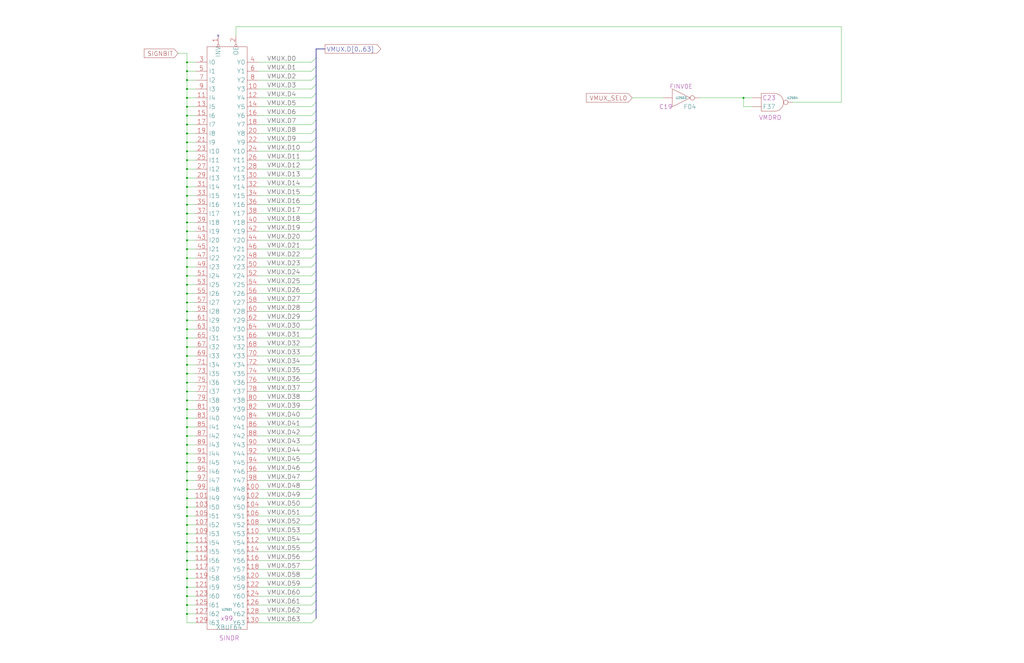
<source format=kicad_sch>
(kicad_sch (version 20211123) (generator eeschema)
  (paper "User" 584.2 378.46)
  (title_block (title "MERGE_VMUX\\nSIGN BIT PART") (date "20-MAR-90") (rev "1.0") (comment 1 "FIU") (comment 2 "232-003065") (comment 3 "S400") (comment 4 "RELEASED"))
  (lib_symbols
    (symbol "r1000:F04" (pin_numbers hide) (pin_names hide)
      (property "Reference" "U" (at 0 0 0))
      (property "Value" "F04" (at 1.27 -5.08 0))
      (property "Location" "___" (at -12.7 -5.08 0))
      (property "Name" "______" (at 0 5.08 0))
      (symbol "F04_0_1"
        (polyline (pts (xy -7.62 0) (xy -5.08 0)) (stroke (width 0.1524)))
        (polyline (pts (xy -5.08 5.08) (xy -5.08 -5.08)) (stroke (width 0.1524)))
        (polyline (pts (xy 5.08 0) (xy -5.08 -5.08)) (stroke (width 0.1524)))
        (polyline (pts (xy 5.08 0) (xy -5.08 5.08)) (stroke (width 0.1524)))
        (circle (center 6.35 0) (radius 1.27) (stroke (width 0.1524)))
      )
      (symbol "F04_1_1"
        (pin input line (at -10.16 0 0) (length 2.54) (name "D0") (number "1"))
        (pin output line (at 10.16 0 180) (length 2.54) (name "Q") (number "2"))
      )
    )
    (symbol "r1000:F37" (pin_numbers hide) (pin_names (offset 0) hide)
      (property "Reference" "U" (at 15.24 0 0))
      (property "Value" "F37" (at 1.905 -5.08 0))
      (property "Location" "___" (at 1.905 0 0))
      (property "Name" "______" (at 2.54 -12.7 0))
      (symbol "F37_0_1"
        (polyline (pts (xy -2.54 -7.62) (xy 5.08 -7.62)) (stroke (width 0.1524)))
        (polyline (pts (xy -2.54 2.54) (xy -2.54 -7.62)) (stroke (width 0.1524)))
        (polyline (pts (xy -2.54 2.54) (xy 5.08 2.54)) (stroke (width 0.1524)))
        (arc (start 5.08 -7.62) (mid 10.1282 -2.54) (end 5.08 2.54) (stroke (width 0.1524)))
        (circle (center 11.43 -2.54) (radius 1.27) (stroke (width 0.1524)))
      )
      (symbol "F37_0_2"
        (circle (center -3.81 -5.08) (radius 1.27) (stroke (width 0.1524)))
        (circle (center -3.81 0) (radius 1.27) (stroke (width 0.1524)))
        (arc (start -3.175 -7.62) (mid -2.134 -2.54) (end -3.175 2.54) (stroke (width 0.1524)))
        (polyline (pts (xy -3.175 -7.62) (xy 3.81 -7.62)) (stroke (width 0.1524)))
        (polyline (pts (xy -3.175 2.54) (xy 3.81 2.54)) (stroke (width 0.1524)))
        (arc (start 3.81 -7.62) (mid 7.5855 -5.8306) (end 10.16 -2.54) (stroke (width 0.1524)))
        (arc (start 10.16 -2.54) (mid 7.5827 0.7471) (end 3.81 2.54) (stroke (width 0.1524)))
      )
      (symbol "F37_1_1"
        (pin input line (at -7.62 0 0) (length 5.08) (name "D0") (number "1"))
        (pin input line (at -7.62 -5.08 0) (length 5.08) (name "D1") (number "2"))
        (pin output line (at 15.24 -2.54 180) (length 2.54) (name "Q") (number "3"))
      )
      (symbol "F37_1_2"
        (pin input line (at -7.62 0 0) (length 2.54) (name "D0") (number "1"))
        (pin input line (at -7.62 -5.08 0) (length 2.54) (name "D1") (number "2"))
        (pin output line (at 15.24 -2.54 180) (length 5.08) (name "Q") (number "3"))
      )
    )
    (symbol "r1000:XBUF64" (pin_names (offset 1.016))
      (property "Reference" "U" (at 2.54 5.08 0))
      (property "Value" "XBUF64" (at -3.81 -5.08 0))
      (property "Location" "___" (at -1.27 0 0))
      (property "Name" "______" (at 3.81 -12.7 0))
      (symbol "XBUF64_1_1"
        (rectangle (start -8.89 326.39) (end 13.97 -6.35))
        (circle (center -2.54 327.025) (radius 0.635))
        (circle (center 7.62 327.025) (radius 0.635))
        (pin input line (at -2.54 332.74 270) (length 5.08) (name "INV") (number "1"))
        (pin tri_state line (at 20.32 302.26 180) (length 6.35) (name "Y3") (number "10"))
        (pin tri_state line (at 20.32 73.66 180) (length 6.35) (name "Y48") (number "100"))
        (pin input line (at -15.24 68.58 0) (length 6.35) (name "I49") (number "101"))
        (pin tri_state line (at 20.32 68.58 180) (length 6.35) (name "Y49") (number "102"))
        (pin input line (at -15.24 63.5 0) (length 6.35) (name "I50") (number "103"))
        (pin tri_state line (at 20.32 63.5 180) (length 6.35) (name "Y50") (number "104"))
        (pin input line (at -15.24 58.42 0) (length 6.35) (name "I51") (number "105"))
        (pin tri_state line (at 20.32 58.42 180) (length 6.35) (name "Y51") (number "106"))
        (pin input line (at -15.24 53.34 0) (length 6.35) (name "I52") (number "107"))
        (pin tri_state line (at 20.32 53.34 180) (length 6.35) (name "Y52") (number "108"))
        (pin input line (at -15.24 48.26 0) (length 6.35) (name "I53") (number "109"))
        (pin input line (at -15.24 297.18 0) (length 6.35) (name "I4") (number "11"))
        (pin tri_state line (at 20.32 48.26 180) (length 6.35) (name "Y53") (number "110"))
        (pin input line (at -15.24 43.18 0) (length 6.35) (name "I54") (number "111"))
        (pin tri_state line (at 20.32 43.18 180) (length 6.35) (name "Y54") (number "112"))
        (pin input line (at -15.24 38.1 0) (length 6.35) (name "I55") (number "113"))
        (pin tri_state line (at 20.32 38.1 180) (length 6.35) (name "Y55") (number "114"))
        (pin input line (at -15.24 33.02 0) (length 6.35) (name "I56") (number "115"))
        (pin tri_state line (at 20.32 33.02 180) (length 6.35) (name "Y56") (number "116"))
        (pin input line (at -15.24 27.94 0) (length 6.35) (name "I57") (number "117"))
        (pin tri_state line (at 20.32 27.94 180) (length 6.35) (name "Y57") (number "118"))
        (pin input line (at -15.24 22.86 0) (length 6.35) (name "I58") (number "119"))
        (pin tri_state line (at 20.32 297.18 180) (length 6.35) (name "Y4") (number "12"))
        (pin tri_state line (at 20.32 22.86 180) (length 6.35) (name "Y58") (number "120"))
        (pin input line (at -15.24 17.78 0) (length 6.35) (name "I59") (number "121"))
        (pin tri_state line (at 20.32 17.78 180) (length 6.35) (name "Y59") (number "122"))
        (pin input line (at -15.24 12.7 0) (length 6.35) (name "I60") (number "123"))
        (pin tri_state line (at 20.32 12.7 180) (length 6.35) (name "Y60") (number "124"))
        (pin input line (at -15.24 7.62 0) (length 6.35) (name "I61") (number "125"))
        (pin tri_state line (at 20.32 7.62 180) (length 6.35) (name "Y61") (number "126"))
        (pin input line (at -15.24 2.54 0) (length 6.35) (name "I62") (number "127"))
        (pin tri_state line (at 20.32 2.54 180) (length 6.35) (name "Y62") (number "128"))
        (pin input line (at -15.24 -2.54 0) (length 6.35) (name "I63") (number "129"))
        (pin input line (at -15.24 292.1 0) (length 6.35) (name "I5") (number "13"))
        (pin tri_state line (at 20.32 -2.54 180) (length 6.35) (name "Y63") (number "130"))
        (pin tri_state line (at 20.32 292.1 180) (length 6.35) (name "Y5") (number "14"))
        (pin input line (at -15.24 287.02 0) (length 6.35) (name "I6") (number "15"))
        (pin tri_state line (at 20.32 287.02 180) (length 6.35) (name "Y6") (number "16"))
        (pin input line (at -15.24 281.94 0) (length 6.35) (name "I7") (number "17"))
        (pin tri_state line (at 20.32 281.94 180) (length 6.35) (name "Y7") (number "18"))
        (pin input line (at -15.24 276.86 0) (length 6.35) (name "I8") (number "19"))
        (pin input line (at 7.62 332.74 270) (length 5.08) (name "OE") (number "2"))
        (pin tri_state line (at 20.32 276.86 180) (length 6.35) (name "Y8") (number "20"))
        (pin input line (at -15.24 271.78 0) (length 6.35) (name "I9") (number "21"))
        (pin tri_state line (at 20.32 271.78 180) (length 6.35) (name "Y9") (number "22"))
        (pin input line (at -15.24 266.7 0) (length 6.35) (name "I10") (number "23"))
        (pin tri_state line (at 20.32 266.7 180) (length 6.35) (name "Y10") (number "24"))
        (pin input line (at -15.24 261.62 0) (length 6.35) (name "I11") (number "25"))
        (pin tri_state line (at 20.32 261.62 180) (length 6.35) (name "Y11") (number "26"))
        (pin input line (at -15.24 256.54 0) (length 6.35) (name "I12") (number "27"))
        (pin tri_state line (at 20.32 256.54 180) (length 6.35) (name "Y12") (number "28"))
        (pin input line (at -15.24 251.46 0) (length 6.35) (name "I13") (number "29"))
        (pin input line (at -15.24 317.5 0) (length 6.35) (name "I0") (number "3"))
        (pin tri_state line (at 20.32 251.46 180) (length 6.35) (name "Y13") (number "30"))
        (pin input line (at -15.24 246.38 0) (length 6.35) (name "I14") (number "31"))
        (pin tri_state line (at 20.32 246.38 180) (length 6.35) (name "Y14") (number "32"))
        (pin input line (at -15.24 241.3 0) (length 6.35) (name "I15") (number "33"))
        (pin tri_state line (at 20.32 241.3 180) (length 6.35) (name "Y15") (number "34"))
        (pin input line (at -15.24 236.22 0) (length 6.35) (name "I16") (number "35"))
        (pin tri_state line (at 20.32 236.22 180) (length 6.35) (name "Y16") (number "36"))
        (pin input line (at -15.24 231.14 0) (length 6.35) (name "I17") (number "37"))
        (pin tri_state line (at 20.32 231.14 180) (length 6.35) (name "Y17") (number "38"))
        (pin input line (at -15.24 226.06 0) (length 6.35) (name "I18") (number "39"))
        (pin tri_state line (at 20.32 317.5 180) (length 6.35) (name "Y0") (number "4"))
        (pin tri_state line (at 20.32 226.06 180) (length 6.35) (name "Y18") (number "40"))
        (pin input line (at -15.24 220.98 0) (length 6.35) (name "I19") (number "41"))
        (pin tri_state line (at 20.32 220.98 180) (length 6.35) (name "Y19") (number "42"))
        (pin input line (at -15.24 215.9 0) (length 6.35) (name "I20") (number "43"))
        (pin tri_state line (at 20.32 215.9 180) (length 6.35) (name "Y20") (number "44"))
        (pin input line (at -15.24 210.82 0) (length 6.35) (name "I21") (number "45"))
        (pin tri_state line (at 20.32 210.82 180) (length 6.35) (name "Y21") (number "46"))
        (pin input line (at -15.24 205.74 0) (length 6.35) (name "I22") (number "47"))
        (pin tri_state line (at 20.32 205.74 180) (length 6.35) (name "Y22") (number "48"))
        (pin input line (at -15.24 200.66 0) (length 6.35) (name "I23") (number "49"))
        (pin input line (at -15.24 312.42 0) (length 6.35) (name "I1") (number "5"))
        (pin tri_state line (at 20.32 200.66 180) (length 6.35) (name "Y23") (number "50"))
        (pin input line (at -15.24 195.58 0) (length 6.35) (name "I24") (number "51"))
        (pin tri_state line (at 20.32 195.58 180) (length 6.35) (name "Y24") (number "52"))
        (pin input line (at -15.24 190.5 0) (length 6.35) (name "I25") (number "53"))
        (pin tri_state line (at 20.32 190.5 180) (length 6.35) (name "Y25") (number "54"))
        (pin input line (at -15.24 185.42 0) (length 6.35) (name "I26") (number "55"))
        (pin tri_state line (at 20.32 185.42 180) (length 6.35) (name "Y26") (number "56"))
        (pin input line (at -15.24 180.34 0) (length 6.35) (name "I27") (number "57"))
        (pin tri_state line (at 20.32 180.34 180) (length 6.35) (name "Y27") (number "58"))
        (pin input line (at -15.24 175.26 0) (length 6.35) (name "I28") (number "59"))
        (pin tri_state line (at 20.32 312.42 180) (length 6.35) (name "Y1") (number "6"))
        (pin tri_state line (at 20.32 175.26 180) (length 6.35) (name "Y28") (number "60"))
        (pin input line (at -15.24 170.18 0) (length 6.35) (name "I29") (number "61"))
        (pin tri_state line (at 20.32 170.18 180) (length 6.35) (name "Y29") (number "62"))
        (pin input line (at -15.24 165.1 0) (length 6.35) (name "I30") (number "63"))
        (pin tri_state line (at 20.32 165.1 180) (length 6.35) (name "Y30") (number "64"))
        (pin input line (at -15.24 160.02 0) (length 6.35) (name "I31") (number "65"))
        (pin tri_state line (at 20.32 160.02 180) (length 6.35) (name "Y31") (number "66"))
        (pin input line (at -15.24 154.94 0) (length 6.35) (name "I32") (number "67"))
        (pin tri_state line (at 20.32 154.94 180) (length 6.35) (name "Y32") (number "68"))
        (pin input line (at -15.24 149.86 0) (length 6.35) (name "I33") (number "69"))
        (pin input line (at -15.24 307.34 0) (length 6.35) (name "I2") (number "7"))
        (pin tri_state line (at 20.32 149.86 180) (length 6.35) (name "Y33") (number "70"))
        (pin input line (at -15.24 144.78 0) (length 6.35) (name "I34") (number "71"))
        (pin tri_state line (at 20.32 144.78 180) (length 6.35) (name "Y34") (number "72"))
        (pin input line (at -15.24 139.7 0) (length 6.35) (name "I35") (number "73"))
        (pin tri_state line (at 20.32 139.7 180) (length 6.35) (name "Y35") (number "74"))
        (pin input line (at -15.24 134.62 0) (length 6.35) (name "I36") (number "75"))
        (pin tri_state line (at 20.32 134.62 180) (length 6.35) (name "Y36") (number "76"))
        (pin input line (at -15.24 129.54 0) (length 6.35) (name "I37") (number "77"))
        (pin tri_state line (at 20.32 129.54 180) (length 6.35) (name "Y37") (number "78"))
        (pin input line (at -15.24 124.46 0) (length 6.35) (name "I38") (number "79"))
        (pin tri_state line (at 20.32 307.34 180) (length 6.35) (name "Y2") (number "8"))
        (pin tri_state line (at 20.32 124.46 180) (length 6.35) (name "Y38") (number "80"))
        (pin input line (at -15.24 119.38 0) (length 6.35) (name "I39") (number "81"))
        (pin tri_state line (at 20.32 119.38 180) (length 6.35) (name "Y39") (number "82"))
        (pin input line (at -15.24 114.3 0) (length 6.35) (name "I40") (number "83"))
        (pin tri_state line (at 20.32 114.3 180) (length 6.35) (name "Y40") (number "84"))
        (pin input line (at -15.24 109.22 0) (length 6.35) (name "I41") (number "85"))
        (pin tri_state line (at 20.32 109.22 180) (length 6.35) (name "Y41") (number "86"))
        (pin input line (at -15.24 104.14 0) (length 6.35) (name "I42") (number "87"))
        (pin tri_state line (at 20.32 104.14 180) (length 6.35) (name "Y42") (number "88"))
        (pin input line (at -15.24 99.06 0) (length 6.35) (name "I43") (number "89"))
        (pin input line (at -15.24 302.26 0) (length 6.35) (name "I3") (number "9"))
        (pin tri_state line (at 20.32 99.06 180) (length 6.35) (name "Y43") (number "90"))
        (pin input line (at -15.24 93.98 0) (length 6.35) (name "I44") (number "91"))
        (pin tri_state line (at 20.32 93.98 180) (length 6.35) (name "Y44") (number "92"))
        (pin input line (at -15.24 88.9 0) (length 6.35) (name "I45") (number "93"))
        (pin tri_state line (at 20.32 88.9 180) (length 6.35) (name "Y45") (number "94"))
        (pin input line (at -15.24 83.82 0) (length 6.35) (name "I46") (number "95"))
        (pin tri_state line (at 20.32 83.82 180) (length 6.35) (name "Y46") (number "96"))
        (pin input line (at -15.24 78.74 0) (length 6.35) (name "I47") (number "97"))
        (pin tri_state line (at 20.32 78.74 180) (length 6.35) (name "Y47") (number "98"))
        (pin input line (at -15.24 73.66 0) (length 6.35) (name "I48") (number "99"))
      )
    )
  )
  (bus (pts (xy 180.34 104.14) (xy 180.34 109.22)))
  (bus (pts (xy 180.34 109.22) (xy 180.34 114.3)))
  (bus (pts (xy 180.34 114.3) (xy 180.34 119.38)))
  (bus (pts (xy 180.34 119.38) (xy 180.34 124.46)))
  (bus (pts (xy 180.34 124.46) (xy 180.34 129.54)))
  (bus (pts (xy 180.34 129.54) (xy 180.34 134.62)))
  (bus (pts (xy 180.34 134.62) (xy 180.34 139.7)))
  (bus (pts (xy 180.34 139.7) (xy 180.34 144.78)))
  (bus (pts (xy 180.34 144.78) (xy 180.34 149.86)))
  (bus (pts (xy 180.34 149.86) (xy 180.34 154.94)))
  (bus (pts (xy 180.34 154.94) (xy 180.34 160.02)))
  (bus (pts (xy 180.34 160.02) (xy 180.34 165.1)))
  (bus (pts (xy 180.34 165.1) (xy 180.34 170.18)))
  (bus (pts (xy 180.34 170.18) (xy 180.34 175.26)))
  (bus (pts (xy 180.34 175.26) (xy 180.34 180.34)))
  (bus (pts (xy 180.34 180.34) (xy 180.34 185.42)))
  (bus (pts (xy 180.34 185.42) (xy 180.34 190.5)))
  (bus (pts (xy 180.34 190.5) (xy 180.34 195.58)))
  (bus (pts (xy 180.34 195.58) (xy 180.34 200.66)))
  (bus (pts (xy 180.34 200.66) (xy 180.34 205.74)))
  (bus (pts (xy 180.34 205.74) (xy 180.34 210.82)))
  (bus (pts (xy 180.34 210.82) (xy 180.34 215.9)))
  (bus (pts (xy 180.34 215.9) (xy 180.34 220.98)))
  (bus (pts (xy 180.34 220.98) (xy 180.34 226.06)))
  (bus (pts (xy 180.34 226.06) (xy 180.34 231.14)))
  (bus (pts (xy 180.34 231.14) (xy 180.34 236.22)))
  (bus (pts (xy 180.34 236.22) (xy 180.34 241.3)))
  (bus (pts (xy 180.34 241.3) (xy 180.34 246.38)))
  (bus (pts (xy 180.34 246.38) (xy 180.34 251.46)))
  (bus (pts (xy 180.34 251.46) (xy 180.34 256.54)))
  (bus (pts (xy 180.34 256.54) (xy 180.34 261.62)))
  (bus (pts (xy 180.34 261.62) (xy 180.34 266.7)))
  (bus (pts (xy 180.34 266.7) (xy 180.34 271.78)))
  (bus (pts (xy 180.34 27.94) (xy 180.34 33.02)))
  (bus (pts (xy 180.34 271.78) (xy 180.34 276.86)))
  (bus (pts (xy 180.34 276.86) (xy 180.34 281.94)))
  (bus (pts (xy 180.34 281.94) (xy 180.34 287.02)))
  (bus (pts (xy 180.34 287.02) (xy 180.34 292.1)))
  (bus (pts (xy 180.34 292.1) (xy 180.34 297.18)))
  (bus (pts (xy 180.34 297.18) (xy 180.34 302.26)))
  (bus (pts (xy 180.34 302.26) (xy 180.34 307.34)))
  (bus (pts (xy 180.34 307.34) (xy 180.34 312.42)))
  (bus (pts (xy 180.34 312.42) (xy 180.34 317.5)))
  (bus (pts (xy 180.34 317.5) (xy 180.34 322.58)))
  (bus (pts (xy 180.34 322.58) (xy 180.34 327.66)))
  (bus (pts (xy 180.34 327.66) (xy 180.34 332.74)))
  (bus (pts (xy 180.34 33.02) (xy 180.34 38.1)))
  (bus (pts (xy 180.34 332.74) (xy 180.34 337.82)))
  (bus (pts (xy 180.34 337.82) (xy 180.34 342.9)))
  (bus (pts (xy 180.34 342.9) (xy 180.34 347.98)))
  (bus (pts (xy 180.34 347.98) (xy 180.34 353.06)))
  (bus (pts (xy 180.34 38.1) (xy 180.34 43.18)))
  (bus (pts (xy 180.34 43.18) (xy 180.34 48.26)))
  (bus (pts (xy 180.34 48.26) (xy 180.34 53.34)))
  (bus (pts (xy 180.34 53.34) (xy 180.34 58.42)))
  (bus (pts (xy 180.34 58.42) (xy 180.34 63.5)))
  (bus (pts (xy 180.34 63.5) (xy 180.34 68.58)))
  (bus (pts (xy 180.34 68.58) (xy 180.34 73.66)))
  (bus (pts (xy 180.34 73.66) (xy 180.34 78.74)))
  (bus (pts (xy 180.34 78.74) (xy 180.34 83.82)))
  (bus (pts (xy 180.34 83.82) (xy 180.34 88.9)))
  (bus (pts (xy 180.34 88.9) (xy 180.34 93.98)))
  (bus (pts (xy 180.34 93.98) (xy 180.34 99.06)))
  (bus (pts (xy 180.34 99.06) (xy 180.34 104.14)))
  (bus (pts (xy 185.42 27.94) (xy 180.34 27.94)))
  (wire (pts (xy 101.6 30.48) (xy 106.68 30.48)))
  (wire (pts (xy 106.68 101.6) (xy 106.68 106.68)))
  (wire (pts (xy 106.68 101.6) (xy 111.76 101.6)))
  (wire (pts (xy 106.68 106.68) (xy 106.68 111.76)))
  (wire (pts (xy 106.68 106.68) (xy 111.76 106.68)))
  (wire (pts (xy 106.68 111.76) (xy 106.68 116.84)))
  (wire (pts (xy 106.68 111.76) (xy 111.76 111.76)))
  (wire (pts (xy 106.68 116.84) (xy 106.68 121.92)))
  (wire (pts (xy 106.68 116.84) (xy 111.76 116.84)))
  (wire (pts (xy 106.68 121.92) (xy 106.68 127)))
  (wire (pts (xy 106.68 121.92) (xy 111.76 121.92)))
  (wire (pts (xy 106.68 127) (xy 106.68 132.08)))
  (wire (pts (xy 106.68 127) (xy 111.76 127)))
  (wire (pts (xy 106.68 132.08) (xy 106.68 137.16)))
  (wire (pts (xy 106.68 132.08) (xy 111.76 132.08)))
  (wire (pts (xy 106.68 137.16) (xy 106.68 142.24)))
  (wire (pts (xy 106.68 137.16) (xy 111.76 137.16)))
  (wire (pts (xy 106.68 142.24) (xy 106.68 147.32)))
  (wire (pts (xy 106.68 142.24) (xy 111.76 142.24)))
  (wire (pts (xy 106.68 147.32) (xy 106.68 152.4)))
  (wire (pts (xy 106.68 147.32) (xy 111.76 147.32)))
  (wire (pts (xy 106.68 152.4) (xy 106.68 157.48)))
  (wire (pts (xy 106.68 152.4) (xy 111.76 152.4)))
  (wire (pts (xy 106.68 157.48) (xy 106.68 162.56)))
  (wire (pts (xy 106.68 157.48) (xy 111.76 157.48)))
  (wire (pts (xy 106.68 162.56) (xy 106.68 167.64)))
  (wire (pts (xy 106.68 162.56) (xy 111.76 162.56)))
  (wire (pts (xy 106.68 167.64) (xy 106.68 172.72)))
  (wire (pts (xy 106.68 167.64) (xy 111.76 167.64)))
  (wire (pts (xy 106.68 172.72) (xy 106.68 177.8)))
  (wire (pts (xy 106.68 172.72) (xy 111.76 172.72)))
  (wire (pts (xy 106.68 177.8) (xy 106.68 182.88)))
  (wire (pts (xy 106.68 177.8) (xy 111.76 177.8)))
  (wire (pts (xy 106.68 182.88) (xy 106.68 187.96)))
  (wire (pts (xy 106.68 182.88) (xy 111.76 182.88)))
  (wire (pts (xy 106.68 187.96) (xy 106.68 193.04)))
  (wire (pts (xy 106.68 187.96) (xy 111.76 187.96)))
  (wire (pts (xy 106.68 193.04) (xy 106.68 198.12)))
  (wire (pts (xy 106.68 193.04) (xy 111.76 193.04)))
  (wire (pts (xy 106.68 198.12) (xy 106.68 203.2)))
  (wire (pts (xy 106.68 198.12) (xy 111.76 198.12)))
  (wire (pts (xy 106.68 203.2) (xy 106.68 208.28)))
  (wire (pts (xy 106.68 203.2) (xy 111.76 203.2)))
  (wire (pts (xy 106.68 208.28) (xy 106.68 213.36)))
  (wire (pts (xy 106.68 208.28) (xy 111.76 208.28)))
  (wire (pts (xy 106.68 213.36) (xy 106.68 218.44)))
  (wire (pts (xy 106.68 213.36) (xy 111.76 213.36)))
  (wire (pts (xy 106.68 218.44) (xy 106.68 223.52)))
  (wire (pts (xy 106.68 218.44) (xy 111.76 218.44)))
  (wire (pts (xy 106.68 223.52) (xy 106.68 228.6)))
  (wire (pts (xy 106.68 223.52) (xy 111.76 223.52)))
  (wire (pts (xy 106.68 228.6) (xy 106.68 233.68)))
  (wire (pts (xy 106.68 228.6) (xy 111.76 228.6)))
  (wire (pts (xy 106.68 233.68) (xy 106.68 238.76)))
  (wire (pts (xy 106.68 233.68) (xy 111.76 233.68)))
  (wire (pts (xy 106.68 238.76) (xy 106.68 243.84)))
  (wire (pts (xy 106.68 238.76) (xy 111.76 238.76)))
  (wire (pts (xy 106.68 243.84) (xy 106.68 248.92)))
  (wire (pts (xy 106.68 243.84) (xy 111.76 243.84)))
  (wire (pts (xy 106.68 248.92) (xy 106.68 254)))
  (wire (pts (xy 106.68 248.92) (xy 111.76 248.92)))
  (wire (pts (xy 106.68 254) (xy 106.68 259.08)))
  (wire (pts (xy 106.68 254) (xy 111.76 254)))
  (wire (pts (xy 106.68 259.08) (xy 106.68 264.16)))
  (wire (pts (xy 106.68 259.08) (xy 111.76 259.08)))
  (wire (pts (xy 106.68 264.16) (xy 106.68 269.24)))
  (wire (pts (xy 106.68 264.16) (xy 111.76 264.16)))
  (wire (pts (xy 106.68 269.24) (xy 106.68 274.32)))
  (wire (pts (xy 106.68 269.24) (xy 111.76 269.24)))
  (wire (pts (xy 106.68 274.32) (xy 106.68 279.4)))
  (wire (pts (xy 106.68 274.32) (xy 111.76 274.32)))
  (wire (pts (xy 106.68 279.4) (xy 106.68 284.48)))
  (wire (pts (xy 106.68 279.4) (xy 111.76 279.4)))
  (wire (pts (xy 106.68 284.48) (xy 106.68 289.56)))
  (wire (pts (xy 106.68 284.48) (xy 111.76 284.48)))
  (wire (pts (xy 106.68 289.56) (xy 106.68 294.64)))
  (wire (pts (xy 106.68 289.56) (xy 111.76 289.56)))
  (wire (pts (xy 106.68 294.64) (xy 106.68 299.72)))
  (wire (pts (xy 106.68 294.64) (xy 111.76 294.64)))
  (wire (pts (xy 106.68 299.72) (xy 106.68 304.8)))
  (wire (pts (xy 106.68 299.72) (xy 111.76 299.72)))
  (wire (pts (xy 106.68 30.48) (xy 106.68 35.56)))
  (wire (pts (xy 106.68 304.8) (xy 106.68 309.88)))
  (wire (pts (xy 106.68 304.8) (xy 111.76 304.8)))
  (wire (pts (xy 106.68 309.88) (xy 106.68 314.96)))
  (wire (pts (xy 106.68 309.88) (xy 111.76 309.88)))
  (wire (pts (xy 106.68 314.96) (xy 106.68 320.04)))
  (wire (pts (xy 106.68 314.96) (xy 111.76 314.96)))
  (wire (pts (xy 106.68 320.04) (xy 106.68 325.12)))
  (wire (pts (xy 106.68 320.04) (xy 111.76 320.04)))
  (wire (pts (xy 106.68 325.12) (xy 106.68 330.2)))
  (wire (pts (xy 106.68 325.12) (xy 111.76 325.12)))
  (wire (pts (xy 106.68 330.2) (xy 106.68 335.28)))
  (wire (pts (xy 106.68 330.2) (xy 111.76 330.2)))
  (wire (pts (xy 106.68 335.28) (xy 106.68 340.36)))
  (wire (pts (xy 106.68 335.28) (xy 111.76 335.28)))
  (wire (pts (xy 106.68 340.36) (xy 106.68 345.44)))
  (wire (pts (xy 106.68 340.36) (xy 111.76 340.36)))
  (wire (pts (xy 106.68 345.44) (xy 106.68 350.52)))
  (wire (pts (xy 106.68 345.44) (xy 111.76 345.44)))
  (wire (pts (xy 106.68 35.56) (xy 106.68 40.64)))
  (wire (pts (xy 106.68 35.56) (xy 111.76 35.56)))
  (wire (pts (xy 106.68 350.52) (xy 106.68 355.6)))
  (wire (pts (xy 106.68 350.52) (xy 111.76 350.52)))
  (wire (pts (xy 106.68 355.6) (xy 111.76 355.6)))
  (wire (pts (xy 106.68 40.64) (xy 106.68 45.72)))
  (wire (pts (xy 106.68 40.64) (xy 111.76 40.64)))
  (wire (pts (xy 106.68 45.72) (xy 106.68 50.8)))
  (wire (pts (xy 106.68 45.72) (xy 111.76 45.72)))
  (wire (pts (xy 106.68 50.8) (xy 106.68 55.88)))
  (wire (pts (xy 106.68 50.8) (xy 111.76 50.8)))
  (wire (pts (xy 106.68 55.88) (xy 106.68 60.96)))
  (wire (pts (xy 106.68 55.88) (xy 111.76 55.88)))
  (wire (pts (xy 106.68 60.96) (xy 106.68 66.04)))
  (wire (pts (xy 106.68 60.96) (xy 111.76 60.96)))
  (wire (pts (xy 106.68 66.04) (xy 106.68 71.12)))
  (wire (pts (xy 106.68 66.04) (xy 111.76 66.04)))
  (wire (pts (xy 106.68 71.12) (xy 106.68 76.2)))
  (wire (pts (xy 106.68 71.12) (xy 111.76 71.12)))
  (wire (pts (xy 106.68 76.2) (xy 106.68 81.28)))
  (wire (pts (xy 106.68 76.2) (xy 111.76 76.2)))
  (wire (pts (xy 106.68 81.28) (xy 106.68 86.36)))
  (wire (pts (xy 106.68 81.28) (xy 111.76 81.28)))
  (wire (pts (xy 106.68 86.36) (xy 106.68 91.44)))
  (wire (pts (xy 106.68 86.36) (xy 111.76 86.36)))
  (wire (pts (xy 106.68 91.44) (xy 106.68 96.52)))
  (wire (pts (xy 106.68 91.44) (xy 111.76 91.44)))
  (wire (pts (xy 106.68 96.52) (xy 106.68 101.6)))
  (wire (pts (xy 106.68 96.52) (xy 111.76 96.52)))
  (wire (pts (xy 134.62 15.24) (xy 134.62 20.32)))
  (wire (pts (xy 147.32 101.6) (xy 177.8 101.6)))
  (wire (pts (xy 147.32 106.68) (xy 177.8 106.68)))
  (wire (pts (xy 147.32 111.76) (xy 177.8 111.76)))
  (wire (pts (xy 147.32 116.84) (xy 177.8 116.84)))
  (wire (pts (xy 147.32 121.92) (xy 177.8 121.92)))
  (wire (pts (xy 147.32 127) (xy 177.8 127)))
  (wire (pts (xy 147.32 132.08) (xy 177.8 132.08)))
  (wire (pts (xy 147.32 137.16) (xy 177.8 137.16)))
  (wire (pts (xy 147.32 142.24) (xy 177.8 142.24)))
  (wire (pts (xy 147.32 147.32) (xy 177.8 147.32)))
  (wire (pts (xy 147.32 152.4) (xy 177.8 152.4)))
  (wire (pts (xy 147.32 157.48) (xy 177.8 157.48)))
  (wire (pts (xy 147.32 162.56) (xy 177.8 162.56)))
  (wire (pts (xy 147.32 167.64) (xy 177.8 167.64)))
  (wire (pts (xy 147.32 172.72) (xy 177.8 172.72)))
  (wire (pts (xy 147.32 177.8) (xy 177.8 177.8)))
  (wire (pts (xy 147.32 182.88) (xy 177.8 182.88)))
  (wire (pts (xy 147.32 187.96) (xy 177.8 187.96)))
  (wire (pts (xy 147.32 193.04) (xy 177.8 193.04)))
  (wire (pts (xy 147.32 198.12) (xy 177.8 198.12)))
  (wire (pts (xy 147.32 203.2) (xy 177.8 203.2)))
  (wire (pts (xy 147.32 208.28) (xy 177.8 208.28)))
  (wire (pts (xy 147.32 213.36) (xy 177.8 213.36)))
  (wire (pts (xy 147.32 218.44) (xy 177.8 218.44)))
  (wire (pts (xy 147.32 223.52) (xy 177.8 223.52)))
  (wire (pts (xy 147.32 228.6) (xy 177.8 228.6)))
  (wire (pts (xy 147.32 233.68) (xy 177.8 233.68)))
  (wire (pts (xy 147.32 238.76) (xy 177.8 238.76)))
  (wire (pts (xy 147.32 243.84) (xy 177.8 243.84)))
  (wire (pts (xy 147.32 248.92) (xy 177.8 248.92)))
  (wire (pts (xy 147.32 254) (xy 177.8 254)))
  (wire (pts (xy 147.32 259.08) (xy 177.8 259.08)))
  (wire (pts (xy 147.32 264.16) (xy 177.8 264.16)))
  (wire (pts (xy 147.32 269.24) (xy 177.8 269.24)))
  (wire (pts (xy 147.32 274.32) (xy 177.8 274.32)))
  (wire (pts (xy 147.32 279.4) (xy 177.8 279.4)))
  (wire (pts (xy 147.32 284.48) (xy 177.8 284.48)))
  (wire (pts (xy 147.32 289.56) (xy 177.8 289.56)))
  (wire (pts (xy 147.32 294.64) (xy 177.8 294.64)))
  (wire (pts (xy 147.32 299.72) (xy 177.8 299.72)))
  (wire (pts (xy 147.32 304.8) (xy 177.8 304.8)))
  (wire (pts (xy 147.32 309.88) (xy 177.8 309.88)))
  (wire (pts (xy 147.32 314.96) (xy 177.8 314.96)))
  (wire (pts (xy 147.32 320.04) (xy 177.8 320.04)))
  (wire (pts (xy 147.32 325.12) (xy 177.8 325.12)))
  (wire (pts (xy 147.32 330.2) (xy 177.8 330.2)))
  (wire (pts (xy 147.32 335.28) (xy 177.8 335.28)))
  (wire (pts (xy 147.32 340.36) (xy 177.8 340.36)))
  (wire (pts (xy 147.32 345.44) (xy 177.8 345.44)))
  (wire (pts (xy 147.32 35.56) (xy 177.8 35.56)))
  (wire (pts (xy 147.32 350.52) (xy 177.8 350.52)))
  (wire (pts (xy 147.32 355.6) (xy 177.8 355.6)))
  (wire (pts (xy 147.32 40.64) (xy 177.8 40.64)))
  (wire (pts (xy 147.32 45.72) (xy 177.8 45.72)))
  (wire (pts (xy 147.32 50.8) (xy 177.8 50.8)))
  (wire (pts (xy 147.32 55.88) (xy 177.8 55.88)))
  (wire (pts (xy 147.32 60.96) (xy 177.8 60.96)))
  (wire (pts (xy 147.32 66.04) (xy 177.8 66.04)))
  (wire (pts (xy 147.32 71.12) (xy 177.8 71.12)))
  (wire (pts (xy 147.32 76.2) (xy 177.8 76.2)))
  (wire (pts (xy 147.32 81.28) (xy 177.8 81.28)))
  (wire (pts (xy 147.32 86.36) (xy 177.8 86.36)))
  (wire (pts (xy 147.32 91.44) (xy 177.8 91.44)))
  (wire (pts (xy 147.32 96.52) (xy 177.8 96.52)))
  (wire (pts (xy 360.68 55.88) (xy 378.46 55.88)))
  (wire (pts (xy 398.78 55.88) (xy 424.18 55.88)))
  (wire (pts (xy 424.18 55.88) (xy 429.26 55.88)))
  (wire (pts (xy 424.18 60.96) (xy 424.18 55.88)))
  (wire (pts (xy 429.26 60.96) (xy 424.18 60.96)))
  (wire (pts (xy 452.12 58.42) (xy 480.06 58.42)))
  (wire (pts (xy 480.06 15.24) (xy 134.62 15.24)))
  (wire (pts (xy 480.06 58.42) (xy 480.06 15.24)))
  (global_label "SIGNBIT" (shape input) (at 101.6 30.48 180) (effects (font (size 2.54 2.54))) (property "Intersheet References" "${INTERSHEET_REFS}" (at 76.0911 30.3213 0) (effects (font (size 2.54 2.54)) (justify right))))
  (junction (at 106.68 35.56))
  (junction (at 106.68 40.64))
  (junction (at 106.68 45.72))
  (junction (at 106.68 50.8))
  (junction (at 106.68 55.88))
  (junction (at 106.68 60.96))
  (junction (at 106.68 66.04))
  (junction (at 106.68 71.12))
  (junction (at 106.68 76.2))
  (junction (at 106.68 81.28))
  (junction (at 106.68 86.36))
  (junction (at 106.68 91.44))
  (junction (at 106.68 96.52))
  (junction (at 106.68 101.6))
  (junction (at 106.68 106.68))
  (junction (at 106.68 111.76))
  (junction (at 106.68 116.84))
  (junction (at 106.68 121.92))
  (junction (at 106.68 127))
  (junction (at 106.68 132.08))
  (junction (at 106.68 137.16))
  (junction (at 106.68 142.24))
  (junction (at 106.68 147.32))
  (junction (at 106.68 152.4))
  (junction (at 106.68 157.48))
  (junction (at 106.68 162.56))
  (junction (at 106.68 167.64))
  (junction (at 106.68 172.72))
  (junction (at 106.68 177.8))
  (junction (at 106.68 182.88))
  (junction (at 106.68 187.96))
  (junction (at 106.68 193.04))
  (junction (at 106.68 198.12))
  (junction (at 106.68 203.2))
  (junction (at 106.68 208.28))
  (junction (at 106.68 213.36))
  (junction (at 106.68 218.44))
  (junction (at 106.68 223.52))
  (junction (at 106.68 228.6))
  (junction (at 106.68 233.68))
  (junction (at 106.68 238.76))
  (junction (at 106.68 243.84))
  (junction (at 106.68 248.92))
  (junction (at 106.68 254))
  (junction (at 106.68 259.08))
  (junction (at 106.68 264.16))
  (junction (at 106.68 269.24))
  (junction (at 106.68 274.32))
  (junction (at 106.68 279.4))
  (junction (at 106.68 284.48))
  (junction (at 106.68 289.56))
  (junction (at 106.68 294.64))
  (junction (at 106.68 299.72))
  (junction (at 106.68 304.8))
  (junction (at 106.68 309.88))
  (junction (at 106.68 314.96))
  (junction (at 106.68 320.04))
  (junction (at 106.68 325.12))
  (junction (at 106.68 330.2))
  (junction (at 106.68 335.28))
  (junction (at 106.68 340.36))
  (junction (at 106.68 345.44))
  (junction (at 106.68 350.52))
  (no_connect (at 124.46 20.32))
  (symbol (lib_id "r1000:XBUF64") (at 127 353.06 0) (unit 1)
    (property "Reference" "U2501" (at 129.54 347.98 0))
    (property "Value" "XBUF64" (at 123.19 358.14 0) (effects (font (size 2.54 2.54)) (justify left)))
    (property "Location" "x99" (at 125.73 353.06 0) (effects (font (size 2.54 2.54)) (justify left)))
    (property "Name" "SINDR" (at 130.81 365.76 0) (effects (font (size 2.54 2.54)) (justify bottom)))
  )
  (label "VMUX.D0" (at 152.4 35.56 0) (effects (font (size 2.54 2.54))))
  (label "VMUX.D1" (at 152.4 40.64 0) (effects (font (size 2.54 2.54))))
  (label "VMUX.D2" (at 152.4 45.72 0) (effects (font (size 2.54 2.54))))
  (label "VMUX.D3" (at 152.4 50.8 0) (effects (font (size 2.54 2.54))))
  (label "VMUX.D4" (at 152.4 55.88 0) (effects (font (size 2.54 2.54))))
  (label "VMUX.D5" (at 152.4 60.96 0) (effects (font (size 2.54 2.54))))
  (label "VMUX.D6" (at 152.4 66.04 0) (effects (font (size 2.54 2.54))))
  (label "VMUX.D7" (at 152.4 71.12 0) (effects (font (size 2.54 2.54))))
  (label "VMUX.D8" (at 152.4 76.2 0) (effects (font (size 2.54 2.54))))
  (label "VMUX.D9" (at 152.4 81.28 0) (effects (font (size 2.54 2.54))))
  (label "VMUX.D10" (at 152.4 86.36 0) (effects (font (size 2.54 2.54))))
  (label "VMUX.D11" (at 152.4 91.44 0) (effects (font (size 2.54 2.54))))
  (label "VMUX.D12" (at 152.4 96.52 0) (effects (font (size 2.54 2.54))))
  (label "VMUX.D13" (at 152.4 101.6 0) (effects (font (size 2.54 2.54))))
  (label "VMUX.D14" (at 152.4 106.68 0) (effects (font (size 2.54 2.54))))
  (label "VMUX.D15" (at 152.4 111.76 0) (effects (font (size 2.54 2.54))))
  (label "VMUX.D16" (at 152.4 116.84 0) (effects (font (size 2.54 2.54))))
  (label "VMUX.D17" (at 152.4 121.92 0) (effects (font (size 2.54 2.54))))
  (label "VMUX.D18" (at 152.4 127 0) (effects (font (size 2.54 2.54))))
  (label "VMUX.D19" (at 152.4 132.08 0) (effects (font (size 2.54 2.54))))
  (label "VMUX.D20" (at 152.4 137.16 0) (effects (font (size 2.54 2.54))))
  (label "VMUX.D21" (at 152.4 142.24 0) (effects (font (size 2.54 2.54))))
  (label "VMUX.D22" (at 152.4 147.32 0) (effects (font (size 2.54 2.54))))
  (label "VMUX.D23" (at 152.4 152.4 0) (effects (font (size 2.54 2.54))))
  (label "VMUX.D24" (at 152.4 157.48 0) (effects (font (size 2.54 2.54))))
  (label "VMUX.D25" (at 152.4 162.56 0) (effects (font (size 2.54 2.54))))
  (label "VMUX.D26" (at 152.4 167.64 0) (effects (font (size 2.54 2.54))))
  (label "VMUX.D27" (at 152.4 172.72 0) (effects (font (size 2.54 2.54))))
  (label "VMUX.D28" (at 152.4 177.8 0) (effects (font (size 2.54 2.54))))
  (label "VMUX.D29" (at 152.4 182.88 0) (effects (font (size 2.54 2.54))))
  (label "VMUX.D30" (at 152.4 187.96 0) (effects (font (size 2.54 2.54))))
  (label "VMUX.D31" (at 152.4 193.04 0) (effects (font (size 2.54 2.54))))
  (label "VMUX.D32" (at 152.4 198.12 0) (effects (font (size 2.54 2.54))))
  (label "VMUX.D33" (at 152.4 203.2 0) (effects (font (size 2.54 2.54))))
  (label "VMUX.D34" (at 152.4 208.28 0) (effects (font (size 2.54 2.54))))
  (label "VMUX.D35" (at 152.4 213.36 0) (effects (font (size 2.54 2.54))))
  (label "VMUX.D36" (at 152.4 218.44 0) (effects (font (size 2.54 2.54))))
  (label "VMUX.D37" (at 152.4 223.52 0) (effects (font (size 2.54 2.54))))
  (label "VMUX.D38" (at 152.4 228.6 0) (effects (font (size 2.54 2.54))))
  (label "VMUX.D39" (at 152.4 233.68 0) (effects (font (size 2.54 2.54))))
  (label "VMUX.D40" (at 152.4 238.76 0) (effects (font (size 2.54 2.54))))
  (label "VMUX.D41" (at 152.4 243.84 0) (effects (font (size 2.54 2.54))))
  (label "VMUX.D42" (at 152.4 248.92 0) (effects (font (size 2.54 2.54))))
  (label "VMUX.D43" (at 152.4 254 0) (effects (font (size 2.54 2.54))))
  (label "VMUX.D44" (at 152.4 259.08 0) (effects (font (size 2.54 2.54))))
  (label "VMUX.D45" (at 152.4 264.16 0) (effects (font (size 2.54 2.54))))
  (label "VMUX.D46" (at 152.4 269.24 0) (effects (font (size 2.54 2.54))))
  (label "VMUX.D47" (at 152.4 274.32 0) (effects (font (size 2.54 2.54))))
  (label "VMUX.D48" (at 152.4 279.4 0) (effects (font (size 2.54 2.54))))
  (label "VMUX.D49" (at 152.4 284.48 0) (effects (font (size 2.54 2.54))))
  (label "VMUX.D50" (at 152.4 289.56 0) (effects (font (size 2.54 2.54))))
  (label "VMUX.D51" (at 152.4 294.64 0) (effects (font (size 2.54 2.54))))
  (label "VMUX.D52" (at 152.4 299.72 0) (effects (font (size 2.54 2.54))))
  (label "VMUX.D53" (at 152.4 304.8 0) (effects (font (size 2.54 2.54))))
  (label "VMUX.D54" (at 152.4 309.88 0) (effects (font (size 2.54 2.54))))
  (label "VMUX.D55" (at 152.4 314.96 0) (effects (font (size 2.54 2.54))))
  (label "VMUX.D56" (at 152.4 320.04 0) (effects (font (size 2.54 2.54))))
  (label "VMUX.D57" (at 152.4 325.12 0) (effects (font (size 2.54 2.54))))
  (label "VMUX.D58" (at 152.4 330.2 0) (effects (font (size 2.54 2.54))))
  (label "VMUX.D59" (at 152.4 335.28 0) (effects (font (size 2.54 2.54))))
  (label "VMUX.D60" (at 152.4 340.36 0) (effects (font (size 2.54 2.54))))
  (label "VMUX.D61" (at 152.4 345.44 0) (effects (font (size 2.54 2.54))))
  (label "VMUX.D62" (at 152.4 350.52 0) (effects (font (size 2.54 2.54))))
  (label "VMUX.D63" (at 152.4 355.6 0) (effects (font (size 2.54 2.54))))
  (bus_entry (at 180.34 33.02) (size -2.54 2.54))
  (bus_entry (at 180.34 38.1) (size -2.54 2.54))
  (bus_entry (at 180.34 43.18) (size -2.54 2.54))
  (bus_entry (at 180.34 48.26) (size -2.54 2.54))
  (bus_entry (at 180.34 53.34) (size -2.54 2.54))
  (bus_entry (at 180.34 58.42) (size -2.54 2.54))
  (bus_entry (at 180.34 63.5) (size -2.54 2.54))
  (bus_entry (at 180.34 68.58) (size -2.54 2.54))
  (bus_entry (at 180.34 73.66) (size -2.54 2.54))
  (bus_entry (at 180.34 78.74) (size -2.54 2.54))
  (bus_entry (at 180.34 83.82) (size -2.54 2.54))
  (bus_entry (at 180.34 88.9) (size -2.54 2.54))
  (bus_entry (at 180.34 93.98) (size -2.54 2.54))
  (bus_entry (at 180.34 99.06) (size -2.54 2.54))
  (bus_entry (at 180.34 104.14) (size -2.54 2.54))
  (bus_entry (at 180.34 109.22) (size -2.54 2.54))
  (bus_entry (at 180.34 114.3) (size -2.54 2.54))
  (bus_entry (at 180.34 119.38) (size -2.54 2.54))
  (bus_entry (at 180.34 124.46) (size -2.54 2.54))
  (bus_entry (at 180.34 129.54) (size -2.54 2.54))
  (bus_entry (at 180.34 134.62) (size -2.54 2.54))
  (bus_entry (at 180.34 139.7) (size -2.54 2.54))
  (bus_entry (at 180.34 144.78) (size -2.54 2.54))
  (bus_entry (at 180.34 149.86) (size -2.54 2.54))
  (bus_entry (at 180.34 154.94) (size -2.54 2.54))
  (bus_entry (at 180.34 160.02) (size -2.54 2.54))
  (bus_entry (at 180.34 165.1) (size -2.54 2.54))
  (bus_entry (at 180.34 170.18) (size -2.54 2.54))
  (bus_entry (at 180.34 175.26) (size -2.54 2.54))
  (bus_entry (at 180.34 180.34) (size -2.54 2.54))
  (bus_entry (at 180.34 185.42) (size -2.54 2.54))
  (bus_entry (at 180.34 190.5) (size -2.54 2.54))
  (bus_entry (at 180.34 195.58) (size -2.54 2.54))
  (bus_entry (at 180.34 200.66) (size -2.54 2.54))
  (bus_entry (at 180.34 205.74) (size -2.54 2.54))
  (bus_entry (at 180.34 210.82) (size -2.54 2.54))
  (bus_entry (at 180.34 215.9) (size -2.54 2.54))
  (bus_entry (at 180.34 220.98) (size -2.54 2.54))
  (bus_entry (at 180.34 226.06) (size -2.54 2.54))
  (bus_entry (at 180.34 231.14) (size -2.54 2.54))
  (bus_entry (at 180.34 236.22) (size -2.54 2.54))
  (bus_entry (at 180.34 241.3) (size -2.54 2.54))
  (bus_entry (at 180.34 246.38) (size -2.54 2.54))
  (bus_entry (at 180.34 251.46) (size -2.54 2.54))
  (bus_entry (at 180.34 256.54) (size -2.54 2.54))
  (bus_entry (at 180.34 261.62) (size -2.54 2.54))
  (bus_entry (at 180.34 266.7) (size -2.54 2.54))
  (bus_entry (at 180.34 271.78) (size -2.54 2.54))
  (bus_entry (at 180.34 276.86) (size -2.54 2.54))
  (bus_entry (at 180.34 281.94) (size -2.54 2.54))
  (bus_entry (at 180.34 287.02) (size -2.54 2.54))
  (bus_entry (at 180.34 292.1) (size -2.54 2.54))
  (bus_entry (at 180.34 297.18) (size -2.54 2.54))
  (bus_entry (at 180.34 302.26) (size -2.54 2.54))
  (bus_entry (at 180.34 307.34) (size -2.54 2.54))
  (bus_entry (at 180.34 312.42) (size -2.54 2.54))
  (bus_entry (at 180.34 317.5) (size -2.54 2.54))
  (bus_entry (at 180.34 322.58) (size -2.54 2.54))
  (bus_entry (at 180.34 327.66) (size -2.54 2.54))
  (bus_entry (at 180.34 332.74) (size -2.54 2.54))
  (bus_entry (at 180.34 337.82) (size -2.54 2.54))
  (bus_entry (at 180.34 342.9) (size -2.54 2.54))
  (bus_entry (at 180.34 347.98) (size -2.54 2.54))
  (bus_entry (at 180.34 353.06) (size -2.54 2.54))
  (global_label "VMUX.D[0..63]" (shape output) (at 185.42 27.94 0) (effects (font (size 2.54 2.54))) (property "Intersheet References" "${INTERSHEET_REFS}" (at 217.2184 27.7813 0) (effects (font (size 2.54 2.54)) (justify left))))
  (global_label "VMUX_SEL0" (shape input) (at 360.68 55.88 180) (effects (font (size 2.54 2.54))) (property "Intersheet References" "${INTERSHEET_REFS}" (at 334.5664 55.7213 0) (effects (font (size 2.54 2.54)) (justify right))))
  (symbol (lib_id "r1000:F04") (at 388.62 55.88 0) (unit 1)
    (property "Reference" "U2503" (at 388.62 55.88 0))
    (property "Value" "F04" (at 389.89 60.96 0) (effects (font (size 2.54 2.54)) (justify left)))
    (property "Location" "C19" (at 375.92 60.96 0) (effects (font (size 2.54 2.54)) (justify left)))
    (property "Name" "FINV0E" (at 388.62 50.8 0) (effects (font (size 2.54 2.54)) (justify bottom)))
  )
  (junction (at 424.18 55.88))
  (symbol (lib_id "r1000:F37") (at 436.88 55.88 0) (unit 1)
    (property "Reference" "U2504" (at 452.12 55.88 0))
    (property "Value" "F37" (at 438.785 60.96 0) (effects (font (size 2.54 2.54))))
    (property "Location" "C23" (at 438.785 55.88 0) (effects (font (size 2.54 2.54))))
    (property "Name" "VMDRD" (at 439.42 68.58 0) (effects (font (size 2.54 2.54)) (justify bottom)))
  )
)
</source>
